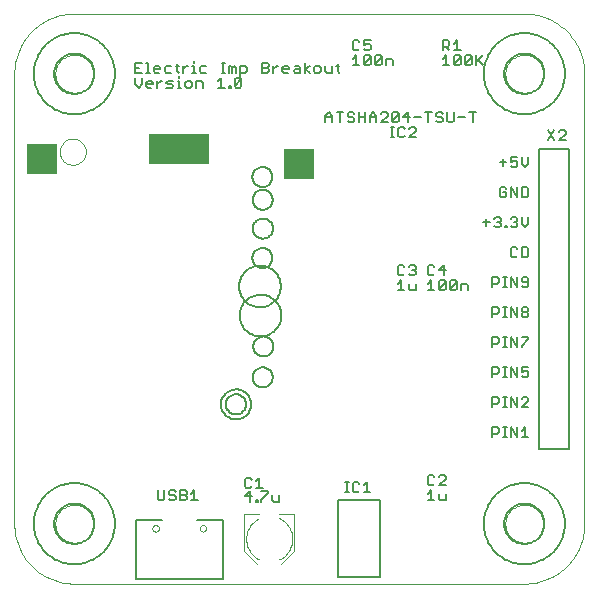
<source format=gto>
G75*
G70*
%OFA0B0*%
%FSLAX24Y24*%
%IPPOS*%
%LPD*%
%AMOC8*
5,1,8,0,0,1.08239X$1,22.5*
%
%ADD10C,0.0000*%
%ADD11C,0.0060*%
%ADD12C,0.0050*%
%ADD13R,0.1000X0.1000*%
%ADD14R,0.2000X0.1000*%
%ADD15C,0.0080*%
%ADD16C,0.0040*%
D10*
X000655Y002655D02*
X000655Y017655D01*
X002025Y017655D02*
X002027Y017705D01*
X002033Y017755D01*
X002043Y017804D01*
X002057Y017852D01*
X002074Y017899D01*
X002095Y017944D01*
X002120Y017988D01*
X002148Y018029D01*
X002180Y018068D01*
X002214Y018105D01*
X002251Y018139D01*
X002291Y018169D01*
X002333Y018196D01*
X002377Y018220D01*
X002423Y018241D01*
X002470Y018257D01*
X002518Y018270D01*
X002568Y018279D01*
X002617Y018284D01*
X002668Y018285D01*
X002718Y018282D01*
X002767Y018275D01*
X002816Y018264D01*
X002864Y018249D01*
X002910Y018231D01*
X002955Y018209D01*
X002998Y018183D01*
X003039Y018154D01*
X003078Y018122D01*
X003114Y018087D01*
X003146Y018049D01*
X003176Y018009D01*
X003203Y017966D01*
X003226Y017922D01*
X003245Y017876D01*
X003261Y017828D01*
X003273Y017779D01*
X003281Y017730D01*
X003285Y017680D01*
X003285Y017630D01*
X003281Y017580D01*
X003273Y017531D01*
X003261Y017482D01*
X003245Y017434D01*
X003226Y017388D01*
X003203Y017344D01*
X003176Y017301D01*
X003146Y017261D01*
X003114Y017223D01*
X003078Y017188D01*
X003039Y017156D01*
X002998Y017127D01*
X002955Y017101D01*
X002910Y017079D01*
X002864Y017061D01*
X002816Y017046D01*
X002767Y017035D01*
X002718Y017028D01*
X002668Y017025D01*
X002617Y017026D01*
X002568Y017031D01*
X002518Y017040D01*
X002470Y017053D01*
X002423Y017069D01*
X002377Y017090D01*
X002333Y017114D01*
X002291Y017141D01*
X002251Y017171D01*
X002214Y017205D01*
X002180Y017242D01*
X002148Y017281D01*
X002120Y017322D01*
X002095Y017366D01*
X002074Y017411D01*
X002057Y017458D01*
X002043Y017506D01*
X002033Y017555D01*
X002027Y017605D01*
X002025Y017655D01*
X000655Y017655D02*
X000657Y017750D01*
X000664Y017845D01*
X000675Y017940D01*
X000691Y018034D01*
X000711Y018127D01*
X000736Y018218D01*
X000765Y018309D01*
X000798Y018398D01*
X000836Y018486D01*
X000877Y018571D01*
X000923Y018655D01*
X000972Y018736D01*
X001026Y018815D01*
X001083Y018891D01*
X001144Y018965D01*
X001208Y019035D01*
X001275Y019102D01*
X001345Y019166D01*
X001419Y019227D01*
X001495Y019284D01*
X001574Y019338D01*
X001655Y019387D01*
X001739Y019433D01*
X001824Y019474D01*
X001912Y019512D01*
X002001Y019545D01*
X002092Y019574D01*
X002183Y019599D01*
X002276Y019619D01*
X002370Y019635D01*
X002465Y019646D01*
X002560Y019653D01*
X002655Y019655D01*
X017655Y019655D01*
X017025Y017655D02*
X017027Y017705D01*
X017033Y017755D01*
X017043Y017804D01*
X017057Y017852D01*
X017074Y017899D01*
X017095Y017944D01*
X017120Y017988D01*
X017148Y018029D01*
X017180Y018068D01*
X017214Y018105D01*
X017251Y018139D01*
X017291Y018169D01*
X017333Y018196D01*
X017377Y018220D01*
X017423Y018241D01*
X017470Y018257D01*
X017518Y018270D01*
X017568Y018279D01*
X017617Y018284D01*
X017668Y018285D01*
X017718Y018282D01*
X017767Y018275D01*
X017816Y018264D01*
X017864Y018249D01*
X017910Y018231D01*
X017955Y018209D01*
X017998Y018183D01*
X018039Y018154D01*
X018078Y018122D01*
X018114Y018087D01*
X018146Y018049D01*
X018176Y018009D01*
X018203Y017966D01*
X018226Y017922D01*
X018245Y017876D01*
X018261Y017828D01*
X018273Y017779D01*
X018281Y017730D01*
X018285Y017680D01*
X018285Y017630D01*
X018281Y017580D01*
X018273Y017531D01*
X018261Y017482D01*
X018245Y017434D01*
X018226Y017388D01*
X018203Y017344D01*
X018176Y017301D01*
X018146Y017261D01*
X018114Y017223D01*
X018078Y017188D01*
X018039Y017156D01*
X017998Y017127D01*
X017955Y017101D01*
X017910Y017079D01*
X017864Y017061D01*
X017816Y017046D01*
X017767Y017035D01*
X017718Y017028D01*
X017668Y017025D01*
X017617Y017026D01*
X017568Y017031D01*
X017518Y017040D01*
X017470Y017053D01*
X017423Y017069D01*
X017377Y017090D01*
X017333Y017114D01*
X017291Y017141D01*
X017251Y017171D01*
X017214Y017205D01*
X017180Y017242D01*
X017148Y017281D01*
X017120Y017322D01*
X017095Y017366D01*
X017074Y017411D01*
X017057Y017458D01*
X017043Y017506D01*
X017033Y017555D01*
X017027Y017605D01*
X017025Y017655D01*
X017655Y019655D02*
X017750Y019653D01*
X017845Y019646D01*
X017940Y019635D01*
X018034Y019619D01*
X018127Y019599D01*
X018218Y019574D01*
X018309Y019545D01*
X018398Y019512D01*
X018486Y019474D01*
X018571Y019433D01*
X018655Y019387D01*
X018736Y019338D01*
X018815Y019284D01*
X018891Y019227D01*
X018965Y019166D01*
X019035Y019102D01*
X019102Y019035D01*
X019166Y018965D01*
X019227Y018891D01*
X019284Y018815D01*
X019338Y018736D01*
X019387Y018655D01*
X019433Y018571D01*
X019474Y018486D01*
X019512Y018398D01*
X019545Y018309D01*
X019574Y018218D01*
X019599Y018127D01*
X019619Y018034D01*
X019635Y017940D01*
X019646Y017845D01*
X019653Y017750D01*
X019655Y017655D01*
X019655Y002655D01*
X017025Y002655D02*
X017027Y002705D01*
X017033Y002755D01*
X017043Y002804D01*
X017057Y002852D01*
X017074Y002899D01*
X017095Y002944D01*
X017120Y002988D01*
X017148Y003029D01*
X017180Y003068D01*
X017214Y003105D01*
X017251Y003139D01*
X017291Y003169D01*
X017333Y003196D01*
X017377Y003220D01*
X017423Y003241D01*
X017470Y003257D01*
X017518Y003270D01*
X017568Y003279D01*
X017617Y003284D01*
X017668Y003285D01*
X017718Y003282D01*
X017767Y003275D01*
X017816Y003264D01*
X017864Y003249D01*
X017910Y003231D01*
X017955Y003209D01*
X017998Y003183D01*
X018039Y003154D01*
X018078Y003122D01*
X018114Y003087D01*
X018146Y003049D01*
X018176Y003009D01*
X018203Y002966D01*
X018226Y002922D01*
X018245Y002876D01*
X018261Y002828D01*
X018273Y002779D01*
X018281Y002730D01*
X018285Y002680D01*
X018285Y002630D01*
X018281Y002580D01*
X018273Y002531D01*
X018261Y002482D01*
X018245Y002434D01*
X018226Y002388D01*
X018203Y002344D01*
X018176Y002301D01*
X018146Y002261D01*
X018114Y002223D01*
X018078Y002188D01*
X018039Y002156D01*
X017998Y002127D01*
X017955Y002101D01*
X017910Y002079D01*
X017864Y002061D01*
X017816Y002046D01*
X017767Y002035D01*
X017718Y002028D01*
X017668Y002025D01*
X017617Y002026D01*
X017568Y002031D01*
X017518Y002040D01*
X017470Y002053D01*
X017423Y002069D01*
X017377Y002090D01*
X017333Y002114D01*
X017291Y002141D01*
X017251Y002171D01*
X017214Y002205D01*
X017180Y002242D01*
X017148Y002281D01*
X017120Y002322D01*
X017095Y002366D01*
X017074Y002411D01*
X017057Y002458D01*
X017043Y002506D01*
X017033Y002555D01*
X017027Y002605D01*
X017025Y002655D01*
X017655Y000655D02*
X017750Y000657D01*
X017845Y000664D01*
X017940Y000675D01*
X018034Y000691D01*
X018127Y000711D01*
X018218Y000736D01*
X018309Y000765D01*
X018398Y000798D01*
X018486Y000836D01*
X018571Y000877D01*
X018655Y000923D01*
X018736Y000972D01*
X018815Y001026D01*
X018891Y001083D01*
X018965Y001144D01*
X019035Y001208D01*
X019102Y001275D01*
X019166Y001345D01*
X019227Y001419D01*
X019284Y001495D01*
X019338Y001574D01*
X019387Y001655D01*
X019433Y001739D01*
X019474Y001824D01*
X019512Y001912D01*
X019545Y002001D01*
X019574Y002092D01*
X019599Y002183D01*
X019619Y002276D01*
X019635Y002370D01*
X019646Y002465D01*
X019653Y002560D01*
X019655Y002655D01*
X017655Y000655D02*
X002655Y000655D01*
X002025Y002655D02*
X002027Y002705D01*
X002033Y002755D01*
X002043Y002804D01*
X002057Y002852D01*
X002074Y002899D01*
X002095Y002944D01*
X002120Y002988D01*
X002148Y003029D01*
X002180Y003068D01*
X002214Y003105D01*
X002251Y003139D01*
X002291Y003169D01*
X002333Y003196D01*
X002377Y003220D01*
X002423Y003241D01*
X002470Y003257D01*
X002518Y003270D01*
X002568Y003279D01*
X002617Y003284D01*
X002668Y003285D01*
X002718Y003282D01*
X002767Y003275D01*
X002816Y003264D01*
X002864Y003249D01*
X002910Y003231D01*
X002955Y003209D01*
X002998Y003183D01*
X003039Y003154D01*
X003078Y003122D01*
X003114Y003087D01*
X003146Y003049D01*
X003176Y003009D01*
X003203Y002966D01*
X003226Y002922D01*
X003245Y002876D01*
X003261Y002828D01*
X003273Y002779D01*
X003281Y002730D01*
X003285Y002680D01*
X003285Y002630D01*
X003281Y002580D01*
X003273Y002531D01*
X003261Y002482D01*
X003245Y002434D01*
X003226Y002388D01*
X003203Y002344D01*
X003176Y002301D01*
X003146Y002261D01*
X003114Y002223D01*
X003078Y002188D01*
X003039Y002156D01*
X002998Y002127D01*
X002955Y002101D01*
X002910Y002079D01*
X002864Y002061D01*
X002816Y002046D01*
X002767Y002035D01*
X002718Y002028D01*
X002668Y002025D01*
X002617Y002026D01*
X002568Y002031D01*
X002518Y002040D01*
X002470Y002053D01*
X002423Y002069D01*
X002377Y002090D01*
X002333Y002114D01*
X002291Y002141D01*
X002251Y002171D01*
X002214Y002205D01*
X002180Y002242D01*
X002148Y002281D01*
X002120Y002322D01*
X002095Y002366D01*
X002074Y002411D01*
X002057Y002458D01*
X002043Y002506D01*
X002033Y002555D01*
X002027Y002605D01*
X002025Y002655D01*
X000655Y002655D02*
X000657Y002560D01*
X000664Y002465D01*
X000675Y002370D01*
X000691Y002276D01*
X000711Y002183D01*
X000736Y002092D01*
X000765Y002001D01*
X000798Y001912D01*
X000836Y001824D01*
X000877Y001739D01*
X000923Y001655D01*
X000972Y001574D01*
X001026Y001495D01*
X001083Y001419D01*
X001144Y001345D01*
X001208Y001275D01*
X001275Y001208D01*
X001345Y001144D01*
X001419Y001083D01*
X001495Y001026D01*
X001574Y000972D01*
X001655Y000923D01*
X001739Y000877D01*
X001824Y000836D01*
X001912Y000798D01*
X002001Y000765D01*
X002092Y000736D01*
X002183Y000711D01*
X002276Y000691D01*
X002370Y000675D01*
X002465Y000664D01*
X002560Y000657D01*
X002655Y000655D01*
X005260Y002502D02*
X005262Y002522D01*
X005268Y002542D01*
X005277Y002560D01*
X005290Y002577D01*
X005305Y002590D01*
X005323Y002600D01*
X005343Y002607D01*
X005363Y002610D01*
X005383Y002609D01*
X005403Y002604D01*
X005422Y002596D01*
X005439Y002584D01*
X005453Y002569D01*
X005464Y002551D01*
X005472Y002532D01*
X005476Y002512D01*
X005476Y002492D01*
X005472Y002472D01*
X005464Y002453D01*
X005453Y002435D01*
X005439Y002420D01*
X005422Y002408D01*
X005403Y002400D01*
X005383Y002395D01*
X005363Y002394D01*
X005343Y002397D01*
X005323Y002404D01*
X005305Y002414D01*
X005290Y002427D01*
X005277Y002444D01*
X005268Y002462D01*
X005262Y002482D01*
X005260Y002502D01*
X006835Y002502D02*
X006837Y002522D01*
X006843Y002542D01*
X006852Y002560D01*
X006865Y002577D01*
X006880Y002590D01*
X006898Y002600D01*
X006918Y002607D01*
X006938Y002610D01*
X006958Y002609D01*
X006978Y002604D01*
X006997Y002596D01*
X007014Y002584D01*
X007028Y002569D01*
X007039Y002551D01*
X007047Y002532D01*
X007051Y002512D01*
X007051Y002492D01*
X007047Y002472D01*
X007039Y002453D01*
X007028Y002435D01*
X007014Y002420D01*
X006997Y002408D01*
X006978Y002400D01*
X006958Y002395D01*
X006938Y002394D01*
X006918Y002397D01*
X006898Y002404D01*
X006880Y002414D01*
X006865Y002427D01*
X006852Y002444D01*
X006843Y002462D01*
X006837Y002482D01*
X006835Y002502D01*
X002172Y015055D02*
X002174Y015096D01*
X002180Y015137D01*
X002190Y015177D01*
X002203Y015216D01*
X002220Y015253D01*
X002241Y015289D01*
X002265Y015323D01*
X002292Y015354D01*
X002321Y015382D01*
X002354Y015408D01*
X002388Y015430D01*
X002425Y015449D01*
X002463Y015464D01*
X002503Y015476D01*
X002543Y015484D01*
X002584Y015488D01*
X002626Y015488D01*
X002667Y015484D01*
X002707Y015476D01*
X002747Y015464D01*
X002785Y015449D01*
X002821Y015430D01*
X002856Y015408D01*
X002889Y015382D01*
X002918Y015354D01*
X002945Y015323D01*
X002969Y015289D01*
X002990Y015253D01*
X003007Y015216D01*
X003020Y015177D01*
X003030Y015137D01*
X003036Y015096D01*
X003038Y015055D01*
X003036Y015014D01*
X003030Y014973D01*
X003020Y014933D01*
X003007Y014894D01*
X002990Y014857D01*
X002969Y014821D01*
X002945Y014787D01*
X002918Y014756D01*
X002889Y014728D01*
X002856Y014702D01*
X002822Y014680D01*
X002785Y014661D01*
X002747Y014646D01*
X002707Y014634D01*
X002667Y014626D01*
X002626Y014622D01*
X002584Y014622D01*
X002543Y014626D01*
X002503Y014634D01*
X002463Y014646D01*
X002425Y014661D01*
X002389Y014680D01*
X002354Y014702D01*
X002321Y014728D01*
X002292Y014756D01*
X002265Y014787D01*
X002241Y014821D01*
X002220Y014857D01*
X002203Y014894D01*
X002190Y014933D01*
X002180Y014973D01*
X002174Y015014D01*
X002172Y015055D01*
D11*
X001305Y017655D02*
X001307Y017728D01*
X001313Y017801D01*
X001323Y017873D01*
X001337Y017945D01*
X001354Y018016D01*
X001376Y018086D01*
X001401Y018155D01*
X001430Y018222D01*
X001462Y018287D01*
X001498Y018351D01*
X001538Y018413D01*
X001580Y018472D01*
X001626Y018529D01*
X001675Y018583D01*
X001727Y018635D01*
X001781Y018684D01*
X001838Y018730D01*
X001897Y018772D01*
X001959Y018812D01*
X002023Y018848D01*
X002088Y018880D01*
X002155Y018909D01*
X002224Y018934D01*
X002294Y018956D01*
X002365Y018973D01*
X002437Y018987D01*
X002509Y018997D01*
X002582Y019003D01*
X002655Y019005D01*
X002728Y019003D01*
X002801Y018997D01*
X002873Y018987D01*
X002945Y018973D01*
X003016Y018956D01*
X003086Y018934D01*
X003155Y018909D01*
X003222Y018880D01*
X003287Y018848D01*
X003351Y018812D01*
X003413Y018772D01*
X003472Y018730D01*
X003529Y018684D01*
X003583Y018635D01*
X003635Y018583D01*
X003684Y018529D01*
X003730Y018472D01*
X003772Y018413D01*
X003812Y018351D01*
X003848Y018287D01*
X003880Y018222D01*
X003909Y018155D01*
X003934Y018086D01*
X003956Y018016D01*
X003973Y017945D01*
X003987Y017873D01*
X003997Y017801D01*
X004003Y017728D01*
X004005Y017655D01*
X004003Y017582D01*
X003997Y017509D01*
X003987Y017437D01*
X003973Y017365D01*
X003956Y017294D01*
X003934Y017224D01*
X003909Y017155D01*
X003880Y017088D01*
X003848Y017023D01*
X003812Y016959D01*
X003772Y016897D01*
X003730Y016838D01*
X003684Y016781D01*
X003635Y016727D01*
X003583Y016675D01*
X003529Y016626D01*
X003472Y016580D01*
X003413Y016538D01*
X003351Y016498D01*
X003287Y016462D01*
X003222Y016430D01*
X003155Y016401D01*
X003086Y016376D01*
X003016Y016354D01*
X002945Y016337D01*
X002873Y016323D01*
X002801Y016313D01*
X002728Y016307D01*
X002655Y016305D01*
X002582Y016307D01*
X002509Y016313D01*
X002437Y016323D01*
X002365Y016337D01*
X002294Y016354D01*
X002224Y016376D01*
X002155Y016401D01*
X002088Y016430D01*
X002023Y016462D01*
X001959Y016498D01*
X001897Y016538D01*
X001838Y016580D01*
X001781Y016626D01*
X001727Y016675D01*
X001675Y016727D01*
X001626Y016781D01*
X001580Y016838D01*
X001538Y016897D01*
X001498Y016959D01*
X001462Y017023D01*
X001430Y017088D01*
X001401Y017155D01*
X001376Y017224D01*
X001354Y017294D01*
X001337Y017365D01*
X001323Y017437D01*
X001313Y017509D01*
X001307Y017582D01*
X001305Y017655D01*
X004685Y017685D02*
X004912Y017685D01*
X005053Y017685D02*
X005167Y017685D01*
X005110Y017685D02*
X005110Y018025D01*
X005053Y018025D01*
X004912Y018025D02*
X004685Y018025D01*
X004685Y017685D01*
X004685Y017525D02*
X004685Y017299D01*
X004799Y017185D01*
X004912Y017299D01*
X004912Y017525D01*
X005053Y017355D02*
X005110Y017412D01*
X005224Y017412D01*
X005280Y017355D01*
X005280Y017299D01*
X005053Y017299D01*
X005053Y017355D02*
X005053Y017242D01*
X005110Y017185D01*
X005224Y017185D01*
X005422Y017185D02*
X005422Y017412D01*
X005422Y017299D02*
X005535Y017412D01*
X005592Y017412D01*
X005729Y017355D02*
X005785Y017412D01*
X005955Y017412D01*
X005899Y017299D02*
X005785Y017299D01*
X005729Y017355D01*
X005729Y017185D02*
X005899Y017185D01*
X005955Y017242D01*
X005899Y017299D01*
X006097Y017412D02*
X006154Y017412D01*
X006154Y017185D01*
X006210Y017185D02*
X006097Y017185D01*
X006342Y017242D02*
X006342Y017355D01*
X006399Y017412D01*
X006513Y017412D01*
X006569Y017355D01*
X006569Y017242D01*
X006513Y017185D01*
X006399Y017185D01*
X006342Y017242D01*
X006154Y017525D02*
X006154Y017582D01*
X006149Y017685D02*
X006092Y017742D01*
X006092Y017969D01*
X006036Y017912D02*
X006149Y017912D01*
X006281Y017912D02*
X006281Y017685D01*
X006281Y017799D02*
X006394Y017912D01*
X006451Y017912D01*
X006588Y017912D02*
X006645Y017912D01*
X006645Y017685D01*
X006701Y017685D02*
X006588Y017685D01*
X006833Y017742D02*
X006890Y017685D01*
X007060Y017685D01*
X007060Y017912D02*
X006890Y017912D01*
X006833Y017855D01*
X006833Y017742D01*
X006645Y018025D02*
X006645Y018082D01*
X005894Y017912D02*
X005724Y017912D01*
X005667Y017855D01*
X005667Y017742D01*
X005724Y017685D01*
X005894Y017685D01*
X005526Y017799D02*
X005299Y017799D01*
X005299Y017855D02*
X005356Y017912D01*
X005469Y017912D01*
X005526Y017855D01*
X005526Y017799D01*
X005469Y017685D02*
X005356Y017685D01*
X005299Y017742D01*
X005299Y017855D01*
X004799Y017855D02*
X004685Y017855D01*
X006711Y017412D02*
X006711Y017185D01*
X006938Y017185D02*
X006938Y017355D01*
X006881Y017412D01*
X006711Y017412D01*
X007447Y017412D02*
X007561Y017525D01*
X007561Y017185D01*
X007674Y017185D02*
X007447Y017185D01*
X007816Y017185D02*
X007872Y017185D01*
X007872Y017242D01*
X007816Y017242D01*
X007816Y017185D01*
X008000Y017242D02*
X008227Y017469D01*
X008227Y017242D01*
X008170Y017185D01*
X008056Y017185D01*
X008000Y017242D01*
X008000Y017469D01*
X008056Y017525D01*
X008170Y017525D01*
X008227Y017469D01*
X008184Y017572D02*
X008184Y017912D01*
X008354Y017912D01*
X008411Y017855D01*
X008411Y017742D01*
X008354Y017685D01*
X008184Y017685D01*
X008042Y017685D02*
X008042Y017855D01*
X007986Y017912D01*
X007929Y017855D01*
X007929Y017685D01*
X007816Y017685D02*
X007816Y017912D01*
X007872Y017912D01*
X007929Y017855D01*
X007684Y017685D02*
X007570Y017685D01*
X007627Y017685D02*
X007627Y018025D01*
X007570Y018025D02*
X007684Y018025D01*
X008921Y018025D02*
X008921Y017685D01*
X009091Y017685D01*
X009147Y017742D01*
X009147Y017799D01*
X009091Y017855D01*
X008921Y017855D01*
X009091Y017855D02*
X009147Y017912D01*
X009147Y017969D01*
X009091Y018025D01*
X008921Y018025D01*
X009289Y017912D02*
X009289Y017685D01*
X009289Y017799D02*
X009402Y017912D01*
X009459Y017912D01*
X009596Y017855D02*
X009652Y017912D01*
X009766Y017912D01*
X009823Y017855D01*
X009823Y017799D01*
X009596Y017799D01*
X009596Y017855D02*
X009596Y017742D01*
X009652Y017685D01*
X009766Y017685D01*
X009964Y017742D02*
X010021Y017799D01*
X010191Y017799D01*
X010191Y017855D02*
X010191Y017685D01*
X010021Y017685D01*
X009964Y017742D01*
X010021Y017912D02*
X010134Y017912D01*
X010191Y017855D01*
X010332Y017799D02*
X010502Y017912D01*
X010639Y017855D02*
X010639Y017742D01*
X010696Y017685D01*
X010809Y017685D01*
X010866Y017742D01*
X010866Y017855D01*
X010809Y017912D01*
X010696Y017912D01*
X010639Y017855D01*
X010502Y017685D02*
X010332Y017799D01*
X010332Y017685D02*
X010332Y018025D01*
X011008Y017912D02*
X011008Y017742D01*
X011064Y017685D01*
X011234Y017685D01*
X011234Y017912D01*
X011376Y017912D02*
X011489Y017912D01*
X011433Y017969D02*
X011433Y017742D01*
X011489Y017685D01*
X011935Y017935D02*
X012162Y017935D01*
X012049Y017935D02*
X012049Y018275D01*
X011935Y018162D01*
X011992Y018435D02*
X012105Y018435D01*
X012162Y018492D01*
X012303Y018492D02*
X012360Y018435D01*
X012474Y018435D01*
X012530Y018492D01*
X012530Y018605D01*
X012474Y018662D01*
X012417Y018662D01*
X012303Y018605D01*
X012303Y018775D01*
X012530Y018775D01*
X012162Y018719D02*
X012105Y018775D01*
X011992Y018775D01*
X011935Y018719D01*
X011935Y018492D01*
X011992Y018435D01*
X012303Y018219D02*
X012360Y018275D01*
X012474Y018275D01*
X012530Y018219D01*
X012303Y017992D01*
X012360Y017935D01*
X012474Y017935D01*
X012530Y017992D01*
X012530Y018219D01*
X012672Y018219D02*
X012672Y017992D01*
X012899Y018219D01*
X012899Y017992D01*
X012842Y017935D01*
X012728Y017935D01*
X012672Y017992D01*
X012672Y018219D02*
X012728Y018275D01*
X012842Y018275D01*
X012899Y018219D01*
X013040Y018162D02*
X013040Y017935D01*
X013267Y017935D02*
X013267Y018105D01*
X013210Y018162D01*
X013040Y018162D01*
X012303Y018219D02*
X012303Y017992D01*
X012361Y016375D02*
X012361Y016035D01*
X012502Y016035D02*
X012502Y016262D01*
X012615Y016375D01*
X012729Y016262D01*
X012729Y016035D01*
X012870Y016035D02*
X013097Y016262D01*
X013097Y016319D01*
X013040Y016375D01*
X012927Y016375D01*
X012870Y016319D01*
X012729Y016205D02*
X012502Y016205D01*
X012361Y016205D02*
X012134Y016205D01*
X011992Y016149D02*
X011992Y016092D01*
X011935Y016035D01*
X011822Y016035D01*
X011765Y016092D01*
X011822Y016205D02*
X011765Y016262D01*
X011765Y016319D01*
X011822Y016375D01*
X011935Y016375D01*
X011992Y016319D01*
X011935Y016205D02*
X011992Y016149D01*
X011935Y016205D02*
X011822Y016205D01*
X011624Y016375D02*
X011397Y016375D01*
X011510Y016375D02*
X011510Y016035D01*
X011256Y016035D02*
X011256Y016262D01*
X011142Y016375D01*
X011029Y016262D01*
X011029Y016035D01*
X011029Y016205D02*
X011256Y016205D01*
X012134Y016035D02*
X012134Y016375D01*
X012870Y016035D02*
X013097Y016035D01*
X013239Y016092D02*
X013465Y016319D01*
X013465Y016092D01*
X013409Y016035D01*
X013295Y016035D01*
X013239Y016092D01*
X013239Y016319D01*
X013295Y016375D01*
X013409Y016375D01*
X013465Y016319D01*
X013607Y016205D02*
X013834Y016205D01*
X013975Y016205D02*
X014202Y016205D01*
X014344Y016375D02*
X014570Y016375D01*
X014457Y016375D02*
X014457Y016035D01*
X014712Y016092D02*
X014769Y016035D01*
X014882Y016035D01*
X014939Y016092D01*
X014939Y016149D01*
X014882Y016205D01*
X014769Y016205D01*
X014712Y016262D01*
X014712Y016319D01*
X014769Y016375D01*
X014882Y016375D01*
X014939Y016319D01*
X015080Y016375D02*
X015080Y016092D01*
X015137Y016035D01*
X015250Y016035D01*
X015307Y016092D01*
X015307Y016375D01*
X015448Y016205D02*
X015675Y016205D01*
X015817Y016375D02*
X016044Y016375D01*
X015930Y016375D02*
X015930Y016035D01*
X016944Y014819D02*
X016944Y014592D01*
X017057Y014705D02*
X016830Y014705D01*
X017199Y014705D02*
X017312Y014762D01*
X017369Y014762D01*
X017425Y014705D01*
X017425Y014592D01*
X017369Y014535D01*
X017255Y014535D01*
X017199Y014592D01*
X017199Y014705D02*
X017199Y014875D01*
X017425Y014875D01*
X017567Y014875D02*
X017567Y014649D01*
X017680Y014535D01*
X017794Y014649D01*
X017794Y014875D01*
X018435Y015435D02*
X018662Y015775D01*
X018803Y015719D02*
X018860Y015775D01*
X018974Y015775D01*
X019030Y015719D01*
X019030Y015662D01*
X018803Y015435D01*
X019030Y015435D01*
X018662Y015435D02*
X018435Y015775D01*
X017737Y013875D02*
X017567Y013875D01*
X017567Y013535D01*
X017737Y013535D01*
X017794Y013592D01*
X017794Y013819D01*
X017737Y013875D01*
X017425Y013875D02*
X017425Y013535D01*
X017199Y013875D01*
X017199Y013535D01*
X017057Y013592D02*
X017057Y013705D01*
X016944Y013705D01*
X017057Y013592D02*
X017000Y013535D01*
X016887Y013535D01*
X016830Y013592D01*
X016830Y013819D01*
X016887Y013875D01*
X017000Y013875D01*
X017057Y013819D01*
X017255Y012875D02*
X017369Y012875D01*
X017425Y012819D01*
X017425Y012762D01*
X017369Y012705D01*
X017425Y012649D01*
X017425Y012592D01*
X017369Y012535D01*
X017255Y012535D01*
X017198Y012592D01*
X017071Y012592D02*
X017071Y012535D01*
X017014Y012535D01*
X017014Y012592D01*
X017071Y012592D01*
X016873Y012592D02*
X016816Y012535D01*
X016703Y012535D01*
X016646Y012592D01*
X016759Y012705D02*
X016816Y012705D01*
X016873Y012649D01*
X016873Y012592D01*
X016816Y012705D02*
X016873Y012762D01*
X016873Y012819D01*
X016816Y012875D01*
X016703Y012875D01*
X016646Y012819D01*
X016505Y012705D02*
X016278Y012705D01*
X016391Y012592D02*
X016391Y012819D01*
X017198Y012819D02*
X017255Y012875D01*
X017312Y012705D02*
X017369Y012705D01*
X017567Y012649D02*
X017567Y012875D01*
X017567Y012649D02*
X017680Y012535D01*
X017794Y012649D01*
X017794Y012875D01*
X017737Y011875D02*
X017567Y011875D01*
X017567Y011535D01*
X017737Y011535D01*
X017794Y011592D01*
X017794Y011819D01*
X017737Y011875D01*
X017425Y011819D02*
X017369Y011875D01*
X017255Y011875D01*
X017199Y011819D01*
X017199Y011592D01*
X017255Y011535D01*
X017369Y011535D01*
X017425Y011592D01*
X017425Y010875D02*
X017425Y010535D01*
X017198Y010875D01*
X017198Y010535D01*
X017066Y010535D02*
X016953Y010535D01*
X017010Y010535D02*
X017010Y010875D01*
X017066Y010875D02*
X016953Y010875D01*
X016811Y010819D02*
X016811Y010705D01*
X016755Y010649D01*
X016585Y010649D01*
X016585Y010535D02*
X016585Y010875D01*
X016755Y010875D01*
X016811Y010819D01*
X017567Y010819D02*
X017567Y010762D01*
X017623Y010705D01*
X017794Y010705D01*
X017794Y010592D02*
X017794Y010819D01*
X017737Y010875D01*
X017623Y010875D01*
X017567Y010819D01*
X017567Y010592D02*
X017623Y010535D01*
X017737Y010535D01*
X017794Y010592D01*
X017737Y009875D02*
X017623Y009875D01*
X017567Y009819D01*
X017567Y009762D01*
X017623Y009705D01*
X017737Y009705D01*
X017794Y009649D01*
X017794Y009592D01*
X017737Y009535D01*
X017623Y009535D01*
X017567Y009592D01*
X017567Y009649D01*
X017623Y009705D01*
X017737Y009705D02*
X017794Y009762D01*
X017794Y009819D01*
X017737Y009875D01*
X017425Y009875D02*
X017425Y009535D01*
X017198Y009875D01*
X017198Y009535D01*
X017066Y009535D02*
X016953Y009535D01*
X017010Y009535D02*
X017010Y009875D01*
X017066Y009875D02*
X016953Y009875D01*
X016811Y009819D02*
X016811Y009705D01*
X016755Y009649D01*
X016585Y009649D01*
X016585Y009535D02*
X016585Y009875D01*
X016755Y009875D01*
X016811Y009819D01*
X016755Y008875D02*
X016585Y008875D01*
X016585Y008535D01*
X016585Y008649D02*
X016755Y008649D01*
X016811Y008705D01*
X016811Y008819D01*
X016755Y008875D01*
X016953Y008875D02*
X017066Y008875D01*
X017010Y008875D02*
X017010Y008535D01*
X017066Y008535D02*
X016953Y008535D01*
X017198Y008535D02*
X017198Y008875D01*
X017425Y008535D01*
X017425Y008875D01*
X017567Y008875D02*
X017794Y008875D01*
X017794Y008819D01*
X017567Y008592D01*
X017567Y008535D01*
X017567Y007875D02*
X017567Y007705D01*
X017680Y007762D01*
X017737Y007762D01*
X017794Y007705D01*
X017794Y007592D01*
X017737Y007535D01*
X017623Y007535D01*
X017567Y007592D01*
X017425Y007535D02*
X017425Y007875D01*
X017567Y007875D02*
X017794Y007875D01*
X017425Y007535D02*
X017198Y007875D01*
X017198Y007535D01*
X017066Y007535D02*
X016953Y007535D01*
X017010Y007535D02*
X017010Y007875D01*
X017066Y007875D02*
X016953Y007875D01*
X016811Y007819D02*
X016811Y007705D01*
X016755Y007649D01*
X016585Y007649D01*
X016585Y007535D02*
X016585Y007875D01*
X016755Y007875D01*
X016811Y007819D01*
X016755Y006875D02*
X016585Y006875D01*
X016585Y006535D01*
X016585Y006649D02*
X016755Y006649D01*
X016811Y006705D01*
X016811Y006819D01*
X016755Y006875D01*
X016953Y006875D02*
X017066Y006875D01*
X017010Y006875D02*
X017010Y006535D01*
X017066Y006535D02*
X016953Y006535D01*
X017198Y006535D02*
X017198Y006875D01*
X017425Y006535D01*
X017425Y006875D01*
X017567Y006819D02*
X017623Y006875D01*
X017737Y006875D01*
X017794Y006819D01*
X017794Y006762D01*
X017567Y006535D01*
X017794Y006535D01*
X017680Y005875D02*
X017567Y005762D01*
X017680Y005875D02*
X017680Y005535D01*
X017567Y005535D02*
X017794Y005535D01*
X017425Y005535D02*
X017425Y005875D01*
X017198Y005875D02*
X017198Y005535D01*
X017066Y005535D02*
X016953Y005535D01*
X017010Y005535D02*
X017010Y005875D01*
X017066Y005875D02*
X016953Y005875D01*
X016811Y005819D02*
X016811Y005705D01*
X016755Y005649D01*
X016585Y005649D01*
X016585Y005535D02*
X016585Y005875D01*
X016755Y005875D01*
X016811Y005819D01*
X017198Y005875D02*
X017425Y005535D01*
X015030Y004219D02*
X014974Y004275D01*
X014860Y004275D01*
X014803Y004219D01*
X014662Y004219D02*
X014605Y004275D01*
X014492Y004275D01*
X014435Y004219D01*
X014435Y003992D01*
X014492Y003935D01*
X014605Y003935D01*
X014662Y003992D01*
X014803Y003935D02*
X015030Y004162D01*
X015030Y004219D01*
X015030Y003935D02*
X014803Y003935D01*
X014803Y003662D02*
X014803Y003492D01*
X014860Y003435D01*
X015030Y003435D01*
X015030Y003662D01*
X014662Y003435D02*
X014435Y003435D01*
X014549Y003435D02*
X014549Y003775D01*
X014435Y003662D01*
X012526Y003705D02*
X012299Y003705D01*
X012412Y003705D02*
X012412Y004045D01*
X012299Y003932D01*
X012157Y003989D02*
X012101Y004045D01*
X011987Y004045D01*
X011931Y003989D01*
X011931Y003762D01*
X011987Y003705D01*
X012101Y003705D01*
X012157Y003762D01*
X011799Y003705D02*
X011685Y003705D01*
X011742Y003705D02*
X011742Y004045D01*
X011685Y004045D02*
X011799Y004045D01*
X009486Y003623D02*
X009486Y003396D01*
X009316Y003396D01*
X009259Y003452D01*
X009259Y003623D01*
X009118Y003679D02*
X008891Y003452D01*
X008891Y003396D01*
X008764Y003396D02*
X008707Y003396D01*
X008707Y003452D01*
X008764Y003452D01*
X008764Y003396D01*
X008566Y003566D02*
X008339Y003566D01*
X008509Y003736D01*
X008509Y003396D01*
X008509Y003841D02*
X008566Y003897D01*
X008509Y003841D02*
X008395Y003841D01*
X008339Y003897D01*
X008339Y004124D01*
X008395Y004181D01*
X008509Y004181D01*
X008566Y004124D01*
X008707Y004067D02*
X008820Y004181D01*
X008820Y003841D01*
X008707Y003841D02*
X008934Y003841D01*
X008891Y003736D02*
X009118Y003736D01*
X009118Y003679D01*
X006767Y003435D02*
X006540Y003435D01*
X006653Y003435D02*
X006653Y003775D01*
X006540Y003662D01*
X006399Y003662D02*
X006342Y003605D01*
X006172Y003605D01*
X006030Y003549D02*
X006030Y003492D01*
X005974Y003435D01*
X005860Y003435D01*
X005803Y003492D01*
X005860Y003605D02*
X005974Y003605D01*
X006030Y003549D01*
X006030Y003719D02*
X005974Y003775D01*
X005860Y003775D01*
X005803Y003719D01*
X005803Y003662D01*
X005860Y003605D01*
X005662Y003492D02*
X005605Y003435D01*
X005492Y003435D01*
X005435Y003492D01*
X005435Y003775D01*
X005662Y003775D02*
X005662Y003492D01*
X006172Y003435D02*
X006342Y003435D01*
X006399Y003492D01*
X006399Y003549D01*
X006342Y003605D01*
X006399Y003662D02*
X006399Y003719D01*
X006342Y003775D01*
X006172Y003775D01*
X006172Y003435D01*
X001305Y002655D02*
X001307Y002728D01*
X001313Y002801D01*
X001323Y002873D01*
X001337Y002945D01*
X001354Y003016D01*
X001376Y003086D01*
X001401Y003155D01*
X001430Y003222D01*
X001462Y003287D01*
X001498Y003351D01*
X001538Y003413D01*
X001580Y003472D01*
X001626Y003529D01*
X001675Y003583D01*
X001727Y003635D01*
X001781Y003684D01*
X001838Y003730D01*
X001897Y003772D01*
X001959Y003812D01*
X002023Y003848D01*
X002088Y003880D01*
X002155Y003909D01*
X002224Y003934D01*
X002294Y003956D01*
X002365Y003973D01*
X002437Y003987D01*
X002509Y003997D01*
X002582Y004003D01*
X002655Y004005D01*
X002728Y004003D01*
X002801Y003997D01*
X002873Y003987D01*
X002945Y003973D01*
X003016Y003956D01*
X003086Y003934D01*
X003155Y003909D01*
X003222Y003880D01*
X003287Y003848D01*
X003351Y003812D01*
X003413Y003772D01*
X003472Y003730D01*
X003529Y003684D01*
X003583Y003635D01*
X003635Y003583D01*
X003684Y003529D01*
X003730Y003472D01*
X003772Y003413D01*
X003812Y003351D01*
X003848Y003287D01*
X003880Y003222D01*
X003909Y003155D01*
X003934Y003086D01*
X003956Y003016D01*
X003973Y002945D01*
X003987Y002873D01*
X003997Y002801D01*
X004003Y002728D01*
X004005Y002655D01*
X004003Y002582D01*
X003997Y002509D01*
X003987Y002437D01*
X003973Y002365D01*
X003956Y002294D01*
X003934Y002224D01*
X003909Y002155D01*
X003880Y002088D01*
X003848Y002023D01*
X003812Y001959D01*
X003772Y001897D01*
X003730Y001838D01*
X003684Y001781D01*
X003635Y001727D01*
X003583Y001675D01*
X003529Y001626D01*
X003472Y001580D01*
X003413Y001538D01*
X003351Y001498D01*
X003287Y001462D01*
X003222Y001430D01*
X003155Y001401D01*
X003086Y001376D01*
X003016Y001354D01*
X002945Y001337D01*
X002873Y001323D01*
X002801Y001313D01*
X002728Y001307D01*
X002655Y001305D01*
X002582Y001307D01*
X002509Y001313D01*
X002437Y001323D01*
X002365Y001337D01*
X002294Y001354D01*
X002224Y001376D01*
X002155Y001401D01*
X002088Y001430D01*
X002023Y001462D01*
X001959Y001498D01*
X001897Y001538D01*
X001838Y001580D01*
X001781Y001626D01*
X001727Y001675D01*
X001675Y001727D01*
X001626Y001781D01*
X001580Y001838D01*
X001538Y001897D01*
X001498Y001959D01*
X001462Y002023D01*
X001430Y002088D01*
X001401Y002155D01*
X001376Y002224D01*
X001354Y002294D01*
X001337Y002365D01*
X001323Y002437D01*
X001313Y002509D01*
X001307Y002582D01*
X001305Y002655D01*
X013435Y010435D02*
X013662Y010435D01*
X013549Y010435D02*
X013549Y010775D01*
X013435Y010662D01*
X013492Y010935D02*
X013605Y010935D01*
X013662Y010992D01*
X013803Y010992D02*
X013860Y010935D01*
X013974Y010935D01*
X014030Y010992D01*
X014030Y011049D01*
X013974Y011105D01*
X013917Y011105D01*
X013974Y011105D02*
X014030Y011162D01*
X014030Y011219D01*
X013974Y011275D01*
X013860Y011275D01*
X013803Y011219D01*
X013662Y011219D02*
X013605Y011275D01*
X013492Y011275D01*
X013435Y011219D01*
X013435Y010992D01*
X013492Y010935D01*
X013803Y010662D02*
X013803Y010492D01*
X013860Y010435D01*
X014030Y010435D01*
X014030Y010662D01*
X014435Y010662D02*
X014549Y010775D01*
X014549Y010435D01*
X014662Y010435D02*
X014435Y010435D01*
X014803Y010492D02*
X014803Y010719D01*
X014860Y010775D01*
X014974Y010775D01*
X015030Y010719D01*
X014803Y010492D01*
X014860Y010435D01*
X014974Y010435D01*
X015030Y010492D01*
X015030Y010719D01*
X015172Y010719D02*
X015228Y010775D01*
X015342Y010775D01*
X015399Y010719D01*
X015172Y010492D01*
X015228Y010435D01*
X015342Y010435D01*
X015399Y010492D01*
X015399Y010719D01*
X015540Y010662D02*
X015540Y010435D01*
X015767Y010435D02*
X015767Y010605D01*
X015710Y010662D01*
X015540Y010662D01*
X015172Y010719D02*
X015172Y010492D01*
X014974Y010935D02*
X014974Y011275D01*
X014803Y011105D01*
X015030Y011105D01*
X014662Y010992D02*
X014605Y010935D01*
X014492Y010935D01*
X014435Y010992D01*
X014435Y011219D01*
X014492Y011275D01*
X014605Y011275D01*
X014662Y011219D01*
X014044Y015535D02*
X013817Y015535D01*
X014044Y015762D01*
X014044Y015819D01*
X013987Y015875D01*
X013873Y015875D01*
X013817Y015819D01*
X013675Y015819D02*
X013619Y015875D01*
X013505Y015875D01*
X013448Y015819D01*
X013448Y015592D01*
X013505Y015535D01*
X013619Y015535D01*
X013675Y015592D01*
X013316Y015535D02*
X013203Y015535D01*
X013260Y015535D02*
X013260Y015875D01*
X013316Y015875D02*
X013203Y015875D01*
X013607Y016205D02*
X013777Y016375D01*
X013777Y016035D01*
X014935Y017935D02*
X015162Y017935D01*
X015049Y017935D02*
X015049Y018275D01*
X014935Y018162D01*
X014935Y018435D02*
X014935Y018775D01*
X015105Y018775D01*
X015162Y018719D01*
X015162Y018605D01*
X015105Y018549D01*
X014935Y018549D01*
X015049Y018549D02*
X015162Y018435D01*
X015303Y018435D02*
X015530Y018435D01*
X015417Y018435D02*
X015417Y018775D01*
X015303Y018662D01*
X015360Y018275D02*
X015474Y018275D01*
X015530Y018219D01*
X015303Y017992D01*
X015360Y017935D01*
X015474Y017935D01*
X015530Y017992D01*
X015530Y018219D01*
X015672Y018219D02*
X015672Y017992D01*
X015899Y018219D01*
X015899Y017992D01*
X015842Y017935D01*
X015728Y017935D01*
X015672Y017992D01*
X015672Y018219D02*
X015728Y018275D01*
X015842Y018275D01*
X015899Y018219D01*
X016040Y018275D02*
X016040Y017935D01*
X016040Y018049D02*
X016267Y018275D01*
X016097Y018105D02*
X016267Y017935D01*
X015303Y017992D02*
X015303Y018219D01*
X015360Y018275D01*
X016305Y017655D02*
X016307Y017728D01*
X016313Y017801D01*
X016323Y017873D01*
X016337Y017945D01*
X016354Y018016D01*
X016376Y018086D01*
X016401Y018155D01*
X016430Y018222D01*
X016462Y018287D01*
X016498Y018351D01*
X016538Y018413D01*
X016580Y018472D01*
X016626Y018529D01*
X016675Y018583D01*
X016727Y018635D01*
X016781Y018684D01*
X016838Y018730D01*
X016897Y018772D01*
X016959Y018812D01*
X017023Y018848D01*
X017088Y018880D01*
X017155Y018909D01*
X017224Y018934D01*
X017294Y018956D01*
X017365Y018973D01*
X017437Y018987D01*
X017509Y018997D01*
X017582Y019003D01*
X017655Y019005D01*
X017728Y019003D01*
X017801Y018997D01*
X017873Y018987D01*
X017945Y018973D01*
X018016Y018956D01*
X018086Y018934D01*
X018155Y018909D01*
X018222Y018880D01*
X018287Y018848D01*
X018351Y018812D01*
X018413Y018772D01*
X018472Y018730D01*
X018529Y018684D01*
X018583Y018635D01*
X018635Y018583D01*
X018684Y018529D01*
X018730Y018472D01*
X018772Y018413D01*
X018812Y018351D01*
X018848Y018287D01*
X018880Y018222D01*
X018909Y018155D01*
X018934Y018086D01*
X018956Y018016D01*
X018973Y017945D01*
X018987Y017873D01*
X018997Y017801D01*
X019003Y017728D01*
X019005Y017655D01*
X019003Y017582D01*
X018997Y017509D01*
X018987Y017437D01*
X018973Y017365D01*
X018956Y017294D01*
X018934Y017224D01*
X018909Y017155D01*
X018880Y017088D01*
X018848Y017023D01*
X018812Y016959D01*
X018772Y016897D01*
X018730Y016838D01*
X018684Y016781D01*
X018635Y016727D01*
X018583Y016675D01*
X018529Y016626D01*
X018472Y016580D01*
X018413Y016538D01*
X018351Y016498D01*
X018287Y016462D01*
X018222Y016430D01*
X018155Y016401D01*
X018086Y016376D01*
X018016Y016354D01*
X017945Y016337D01*
X017873Y016323D01*
X017801Y016313D01*
X017728Y016307D01*
X017655Y016305D01*
X017582Y016307D01*
X017509Y016313D01*
X017437Y016323D01*
X017365Y016337D01*
X017294Y016354D01*
X017224Y016376D01*
X017155Y016401D01*
X017088Y016430D01*
X017023Y016462D01*
X016959Y016498D01*
X016897Y016538D01*
X016838Y016580D01*
X016781Y016626D01*
X016727Y016675D01*
X016675Y016727D01*
X016626Y016781D01*
X016580Y016838D01*
X016538Y016897D01*
X016498Y016959D01*
X016462Y017023D01*
X016430Y017088D01*
X016401Y017155D01*
X016376Y017224D01*
X016354Y017294D01*
X016337Y017365D01*
X016323Y017437D01*
X016313Y017509D01*
X016307Y017582D01*
X016305Y017655D01*
X016305Y002655D02*
X016307Y002728D01*
X016313Y002801D01*
X016323Y002873D01*
X016337Y002945D01*
X016354Y003016D01*
X016376Y003086D01*
X016401Y003155D01*
X016430Y003222D01*
X016462Y003287D01*
X016498Y003351D01*
X016538Y003413D01*
X016580Y003472D01*
X016626Y003529D01*
X016675Y003583D01*
X016727Y003635D01*
X016781Y003684D01*
X016838Y003730D01*
X016897Y003772D01*
X016959Y003812D01*
X017023Y003848D01*
X017088Y003880D01*
X017155Y003909D01*
X017224Y003934D01*
X017294Y003956D01*
X017365Y003973D01*
X017437Y003987D01*
X017509Y003997D01*
X017582Y004003D01*
X017655Y004005D01*
X017728Y004003D01*
X017801Y003997D01*
X017873Y003987D01*
X017945Y003973D01*
X018016Y003956D01*
X018086Y003934D01*
X018155Y003909D01*
X018222Y003880D01*
X018287Y003848D01*
X018351Y003812D01*
X018413Y003772D01*
X018472Y003730D01*
X018529Y003684D01*
X018583Y003635D01*
X018635Y003583D01*
X018684Y003529D01*
X018730Y003472D01*
X018772Y003413D01*
X018812Y003351D01*
X018848Y003287D01*
X018880Y003222D01*
X018909Y003155D01*
X018934Y003086D01*
X018956Y003016D01*
X018973Y002945D01*
X018987Y002873D01*
X018997Y002801D01*
X019003Y002728D01*
X019005Y002655D01*
X019003Y002582D01*
X018997Y002509D01*
X018987Y002437D01*
X018973Y002365D01*
X018956Y002294D01*
X018934Y002224D01*
X018909Y002155D01*
X018880Y002088D01*
X018848Y002023D01*
X018812Y001959D01*
X018772Y001897D01*
X018730Y001838D01*
X018684Y001781D01*
X018635Y001727D01*
X018583Y001675D01*
X018529Y001626D01*
X018472Y001580D01*
X018413Y001538D01*
X018351Y001498D01*
X018287Y001462D01*
X018222Y001430D01*
X018155Y001401D01*
X018086Y001376D01*
X018016Y001354D01*
X017945Y001337D01*
X017873Y001323D01*
X017801Y001313D01*
X017728Y001307D01*
X017655Y001305D01*
X017582Y001307D01*
X017509Y001313D01*
X017437Y001323D01*
X017365Y001337D01*
X017294Y001354D01*
X017224Y001376D01*
X017155Y001401D01*
X017088Y001430D01*
X017023Y001462D01*
X016959Y001498D01*
X016897Y001538D01*
X016838Y001580D01*
X016781Y001626D01*
X016727Y001675D01*
X016675Y001727D01*
X016626Y001781D01*
X016580Y001838D01*
X016538Y001897D01*
X016498Y001959D01*
X016462Y002023D01*
X016430Y002088D01*
X016401Y002155D01*
X016376Y002224D01*
X016354Y002294D01*
X016337Y002365D01*
X016323Y002437D01*
X016313Y002509D01*
X016307Y002582D01*
X016305Y002655D01*
D12*
X008602Y007535D02*
X008604Y007571D01*
X008610Y007607D01*
X008619Y007641D01*
X008633Y007675D01*
X008650Y007707D01*
X008670Y007737D01*
X008693Y007764D01*
X008719Y007789D01*
X008748Y007811D01*
X008779Y007829D01*
X008812Y007844D01*
X008846Y007856D01*
X008881Y007864D01*
X008917Y007868D01*
X008953Y007868D01*
X008989Y007864D01*
X009024Y007856D01*
X009058Y007844D01*
X009091Y007829D01*
X009122Y007811D01*
X009151Y007789D01*
X009177Y007764D01*
X009200Y007737D01*
X009220Y007707D01*
X009237Y007675D01*
X009251Y007641D01*
X009260Y007607D01*
X009266Y007571D01*
X009268Y007535D01*
X009266Y007499D01*
X009260Y007463D01*
X009251Y007429D01*
X009237Y007395D01*
X009220Y007363D01*
X009200Y007333D01*
X009177Y007306D01*
X009151Y007281D01*
X009122Y007259D01*
X009091Y007241D01*
X009058Y007226D01*
X009024Y007214D01*
X008989Y007206D01*
X008953Y007202D01*
X008917Y007202D01*
X008881Y007206D01*
X008846Y007214D01*
X008812Y007226D01*
X008779Y007241D01*
X008748Y007259D01*
X008719Y007281D01*
X008693Y007306D01*
X008670Y007333D01*
X008650Y007363D01*
X008633Y007395D01*
X008619Y007429D01*
X008610Y007463D01*
X008604Y007499D01*
X008602Y007535D01*
X007712Y006635D02*
X007714Y006671D01*
X007720Y006707D01*
X007729Y006741D01*
X007743Y006775D01*
X007760Y006807D01*
X007780Y006837D01*
X007803Y006864D01*
X007829Y006889D01*
X007858Y006911D01*
X007889Y006929D01*
X007922Y006944D01*
X007956Y006956D01*
X007991Y006964D01*
X008027Y006968D01*
X008063Y006968D01*
X008099Y006964D01*
X008134Y006956D01*
X008168Y006944D01*
X008201Y006929D01*
X008232Y006911D01*
X008261Y006889D01*
X008287Y006864D01*
X008310Y006837D01*
X008330Y006807D01*
X008347Y006775D01*
X008361Y006741D01*
X008370Y006707D01*
X008376Y006671D01*
X008378Y006635D01*
X008376Y006599D01*
X008370Y006563D01*
X008361Y006529D01*
X008347Y006495D01*
X008330Y006463D01*
X008310Y006433D01*
X008287Y006406D01*
X008261Y006381D01*
X008232Y006359D01*
X008201Y006341D01*
X008168Y006326D01*
X008134Y006314D01*
X008099Y006306D01*
X008063Y006302D01*
X008027Y006302D01*
X007991Y006306D01*
X007956Y006314D01*
X007922Y006326D01*
X007889Y006341D01*
X007858Y006359D01*
X007829Y006381D01*
X007803Y006406D01*
X007780Y006433D01*
X007760Y006463D01*
X007743Y006495D01*
X007729Y006529D01*
X007720Y006563D01*
X007714Y006599D01*
X007712Y006635D01*
X007545Y006635D02*
X007547Y006679D01*
X007553Y006723D01*
X007563Y006766D01*
X007576Y006808D01*
X007593Y006849D01*
X007614Y006888D01*
X007638Y006925D01*
X007665Y006960D01*
X007695Y006992D01*
X007728Y007022D01*
X007764Y007048D01*
X007801Y007072D01*
X007841Y007091D01*
X007882Y007108D01*
X007925Y007120D01*
X007968Y007129D01*
X008012Y007134D01*
X008056Y007135D01*
X008100Y007132D01*
X008144Y007125D01*
X008187Y007114D01*
X008229Y007100D01*
X008269Y007082D01*
X008308Y007060D01*
X008344Y007036D01*
X008378Y007008D01*
X008410Y006977D01*
X008439Y006943D01*
X008465Y006907D01*
X008487Y006869D01*
X008506Y006829D01*
X008521Y006787D01*
X008533Y006745D01*
X008541Y006701D01*
X008545Y006657D01*
X008545Y006613D01*
X008541Y006569D01*
X008533Y006525D01*
X008521Y006483D01*
X008506Y006441D01*
X008487Y006401D01*
X008465Y006363D01*
X008439Y006327D01*
X008410Y006293D01*
X008378Y006262D01*
X008344Y006234D01*
X008308Y006210D01*
X008269Y006188D01*
X008229Y006170D01*
X008187Y006156D01*
X008144Y006145D01*
X008100Y006138D01*
X008056Y006135D01*
X008012Y006136D01*
X007968Y006141D01*
X007925Y006150D01*
X007882Y006162D01*
X007841Y006179D01*
X007801Y006198D01*
X007764Y006222D01*
X007728Y006248D01*
X007695Y006278D01*
X007665Y006310D01*
X007638Y006345D01*
X007614Y006382D01*
X007593Y006421D01*
X007576Y006462D01*
X007563Y006504D01*
X007553Y006547D01*
X007547Y006591D01*
X007545Y006635D01*
X008622Y008565D02*
X008624Y008601D01*
X008630Y008637D01*
X008639Y008671D01*
X008653Y008705D01*
X008670Y008737D01*
X008690Y008767D01*
X008713Y008794D01*
X008739Y008819D01*
X008768Y008841D01*
X008799Y008859D01*
X008832Y008874D01*
X008866Y008886D01*
X008901Y008894D01*
X008937Y008898D01*
X008973Y008898D01*
X009009Y008894D01*
X009044Y008886D01*
X009078Y008874D01*
X009111Y008859D01*
X009142Y008841D01*
X009171Y008819D01*
X009197Y008794D01*
X009220Y008767D01*
X009240Y008737D01*
X009257Y008705D01*
X009271Y008671D01*
X009280Y008637D01*
X009286Y008601D01*
X009288Y008565D01*
X009286Y008529D01*
X009280Y008493D01*
X009271Y008459D01*
X009257Y008425D01*
X009240Y008393D01*
X009220Y008363D01*
X009197Y008336D01*
X009171Y008311D01*
X009142Y008289D01*
X009111Y008271D01*
X009078Y008256D01*
X009044Y008244D01*
X009009Y008236D01*
X008973Y008232D01*
X008937Y008232D01*
X008901Y008236D01*
X008866Y008244D01*
X008832Y008256D01*
X008799Y008271D01*
X008768Y008289D01*
X008739Y008311D01*
X008713Y008336D01*
X008690Y008363D01*
X008670Y008393D01*
X008653Y008425D01*
X008639Y008459D01*
X008630Y008493D01*
X008624Y008529D01*
X008622Y008565D01*
X008169Y009595D02*
X008171Y009648D01*
X008177Y009700D01*
X008187Y009752D01*
X008201Y009803D01*
X008218Y009852D01*
X008240Y009900D01*
X008264Y009947D01*
X008293Y009991D01*
X008324Y010033D01*
X008359Y010073D01*
X008397Y010110D01*
X008437Y010144D01*
X008480Y010175D01*
X008525Y010202D01*
X008572Y010226D01*
X008620Y010246D01*
X008670Y010263D01*
X008721Y010276D01*
X008773Y010285D01*
X008826Y010290D01*
X008878Y010291D01*
X008931Y010288D01*
X008983Y010281D01*
X009035Y010270D01*
X009085Y010255D01*
X009134Y010237D01*
X009182Y010215D01*
X009228Y010189D01*
X009272Y010160D01*
X009314Y010127D01*
X009352Y010092D01*
X009389Y010053D01*
X009422Y010013D01*
X009452Y009969D01*
X009478Y009924D01*
X009502Y009876D01*
X009521Y009828D01*
X009537Y009777D01*
X009549Y009726D01*
X009557Y009674D01*
X009561Y009621D01*
X009561Y009569D01*
X009557Y009516D01*
X009549Y009464D01*
X009537Y009413D01*
X009521Y009362D01*
X009502Y009314D01*
X009478Y009266D01*
X009452Y009221D01*
X009422Y009177D01*
X009389Y009137D01*
X009352Y009098D01*
X009314Y009063D01*
X009272Y009030D01*
X009228Y009001D01*
X009182Y008975D01*
X009134Y008953D01*
X009085Y008935D01*
X009035Y008920D01*
X008983Y008909D01*
X008931Y008902D01*
X008878Y008899D01*
X008826Y008900D01*
X008773Y008905D01*
X008721Y008914D01*
X008670Y008927D01*
X008620Y008944D01*
X008572Y008964D01*
X008525Y008988D01*
X008480Y009015D01*
X008437Y009046D01*
X008397Y009080D01*
X008359Y009117D01*
X008324Y009157D01*
X008293Y009199D01*
X008264Y009243D01*
X008240Y009290D01*
X008218Y009338D01*
X008201Y009387D01*
X008187Y009438D01*
X008177Y009490D01*
X008171Y009542D01*
X008169Y009595D01*
X008149Y010565D02*
X008151Y010618D01*
X008157Y010670D01*
X008167Y010722D01*
X008181Y010773D01*
X008198Y010822D01*
X008220Y010870D01*
X008244Y010917D01*
X008273Y010961D01*
X008304Y011003D01*
X008339Y011043D01*
X008377Y011080D01*
X008417Y011114D01*
X008460Y011145D01*
X008505Y011172D01*
X008552Y011196D01*
X008600Y011216D01*
X008650Y011233D01*
X008701Y011246D01*
X008753Y011255D01*
X008806Y011260D01*
X008858Y011261D01*
X008911Y011258D01*
X008963Y011251D01*
X009015Y011240D01*
X009065Y011225D01*
X009114Y011207D01*
X009162Y011185D01*
X009208Y011159D01*
X009252Y011130D01*
X009294Y011097D01*
X009332Y011062D01*
X009369Y011023D01*
X009402Y010983D01*
X009432Y010939D01*
X009458Y010894D01*
X009482Y010846D01*
X009501Y010798D01*
X009517Y010747D01*
X009529Y010696D01*
X009537Y010644D01*
X009541Y010591D01*
X009541Y010539D01*
X009537Y010486D01*
X009529Y010434D01*
X009517Y010383D01*
X009501Y010332D01*
X009482Y010284D01*
X009458Y010236D01*
X009432Y010191D01*
X009402Y010147D01*
X009369Y010107D01*
X009332Y010068D01*
X009294Y010033D01*
X009252Y010000D01*
X009208Y009971D01*
X009162Y009945D01*
X009114Y009923D01*
X009065Y009905D01*
X009015Y009890D01*
X008963Y009879D01*
X008911Y009872D01*
X008858Y009869D01*
X008806Y009870D01*
X008753Y009875D01*
X008701Y009884D01*
X008650Y009897D01*
X008600Y009914D01*
X008552Y009934D01*
X008505Y009958D01*
X008460Y009985D01*
X008417Y010016D01*
X008377Y010050D01*
X008339Y010087D01*
X008304Y010127D01*
X008273Y010169D01*
X008244Y010213D01*
X008220Y010260D01*
X008198Y010308D01*
X008181Y010357D01*
X008167Y010408D01*
X008157Y010460D01*
X008151Y010512D01*
X008149Y010565D01*
X008592Y011515D02*
X008594Y011551D01*
X008600Y011587D01*
X008609Y011621D01*
X008623Y011655D01*
X008640Y011687D01*
X008660Y011717D01*
X008683Y011744D01*
X008709Y011769D01*
X008738Y011791D01*
X008769Y011809D01*
X008802Y011824D01*
X008836Y011836D01*
X008871Y011844D01*
X008907Y011848D01*
X008943Y011848D01*
X008979Y011844D01*
X009014Y011836D01*
X009048Y011824D01*
X009081Y011809D01*
X009112Y011791D01*
X009141Y011769D01*
X009167Y011744D01*
X009190Y011717D01*
X009210Y011687D01*
X009227Y011655D01*
X009241Y011621D01*
X009250Y011587D01*
X009256Y011551D01*
X009258Y011515D01*
X009256Y011479D01*
X009250Y011443D01*
X009241Y011409D01*
X009227Y011375D01*
X009210Y011343D01*
X009190Y011313D01*
X009167Y011286D01*
X009141Y011261D01*
X009112Y011239D01*
X009081Y011221D01*
X009048Y011206D01*
X009014Y011194D01*
X008979Y011186D01*
X008943Y011182D01*
X008907Y011182D01*
X008871Y011186D01*
X008836Y011194D01*
X008802Y011206D01*
X008769Y011221D01*
X008738Y011239D01*
X008709Y011261D01*
X008683Y011286D01*
X008660Y011313D01*
X008640Y011343D01*
X008623Y011375D01*
X008609Y011409D01*
X008600Y011443D01*
X008594Y011479D01*
X008592Y011515D01*
X008612Y012495D02*
X008614Y012531D01*
X008620Y012567D01*
X008629Y012601D01*
X008643Y012635D01*
X008660Y012667D01*
X008680Y012697D01*
X008703Y012724D01*
X008729Y012749D01*
X008758Y012771D01*
X008789Y012789D01*
X008822Y012804D01*
X008856Y012816D01*
X008891Y012824D01*
X008927Y012828D01*
X008963Y012828D01*
X008999Y012824D01*
X009034Y012816D01*
X009068Y012804D01*
X009101Y012789D01*
X009132Y012771D01*
X009161Y012749D01*
X009187Y012724D01*
X009210Y012697D01*
X009230Y012667D01*
X009247Y012635D01*
X009261Y012601D01*
X009270Y012567D01*
X009276Y012531D01*
X009278Y012495D01*
X009276Y012459D01*
X009270Y012423D01*
X009261Y012389D01*
X009247Y012355D01*
X009230Y012323D01*
X009210Y012293D01*
X009187Y012266D01*
X009161Y012241D01*
X009132Y012219D01*
X009101Y012201D01*
X009068Y012186D01*
X009034Y012174D01*
X008999Y012166D01*
X008963Y012162D01*
X008927Y012162D01*
X008891Y012166D01*
X008856Y012174D01*
X008822Y012186D01*
X008789Y012201D01*
X008758Y012219D01*
X008729Y012241D01*
X008703Y012266D01*
X008680Y012293D01*
X008660Y012323D01*
X008643Y012355D01*
X008629Y012389D01*
X008620Y012423D01*
X008614Y012459D01*
X008612Y012495D01*
X008602Y013455D02*
X008604Y013491D01*
X008610Y013527D01*
X008619Y013561D01*
X008633Y013595D01*
X008650Y013627D01*
X008670Y013657D01*
X008693Y013684D01*
X008719Y013709D01*
X008748Y013731D01*
X008779Y013749D01*
X008812Y013764D01*
X008846Y013776D01*
X008881Y013784D01*
X008917Y013788D01*
X008953Y013788D01*
X008989Y013784D01*
X009024Y013776D01*
X009058Y013764D01*
X009091Y013749D01*
X009122Y013731D01*
X009151Y013709D01*
X009177Y013684D01*
X009200Y013657D01*
X009220Y013627D01*
X009237Y013595D01*
X009251Y013561D01*
X009260Y013527D01*
X009266Y013491D01*
X009268Y013455D01*
X009266Y013419D01*
X009260Y013383D01*
X009251Y013349D01*
X009237Y013315D01*
X009220Y013283D01*
X009200Y013253D01*
X009177Y013226D01*
X009151Y013201D01*
X009122Y013179D01*
X009091Y013161D01*
X009058Y013146D01*
X009024Y013134D01*
X008989Y013126D01*
X008953Y013122D01*
X008917Y013122D01*
X008881Y013126D01*
X008846Y013134D01*
X008812Y013146D01*
X008779Y013161D01*
X008748Y013179D01*
X008719Y013201D01*
X008693Y013226D01*
X008670Y013253D01*
X008650Y013283D01*
X008633Y013315D01*
X008619Y013349D01*
X008610Y013383D01*
X008604Y013419D01*
X008602Y013455D01*
X008592Y014215D02*
X008594Y014251D01*
X008600Y014287D01*
X008609Y014321D01*
X008623Y014355D01*
X008640Y014387D01*
X008660Y014417D01*
X008683Y014444D01*
X008709Y014469D01*
X008738Y014491D01*
X008769Y014509D01*
X008802Y014524D01*
X008836Y014536D01*
X008871Y014544D01*
X008907Y014548D01*
X008943Y014548D01*
X008979Y014544D01*
X009014Y014536D01*
X009048Y014524D01*
X009081Y014509D01*
X009112Y014491D01*
X009141Y014469D01*
X009167Y014444D01*
X009190Y014417D01*
X009210Y014387D01*
X009227Y014355D01*
X009241Y014321D01*
X009250Y014287D01*
X009256Y014251D01*
X009258Y014215D01*
X009256Y014179D01*
X009250Y014143D01*
X009241Y014109D01*
X009227Y014075D01*
X009210Y014043D01*
X009190Y014013D01*
X009167Y013986D01*
X009141Y013961D01*
X009112Y013939D01*
X009081Y013921D01*
X009048Y013906D01*
X009014Y013894D01*
X008979Y013886D01*
X008943Y013882D01*
X008907Y013882D01*
X008871Y013886D01*
X008836Y013894D01*
X008802Y013906D01*
X008769Y013921D01*
X008738Y013939D01*
X008709Y013961D01*
X008683Y013986D01*
X008660Y014013D01*
X008640Y014043D01*
X008623Y014075D01*
X008609Y014109D01*
X008600Y014143D01*
X008594Y014179D01*
X008592Y014215D01*
X007612Y002777D02*
X006746Y002777D01*
X007612Y002777D02*
X007612Y000809D01*
X004698Y000809D01*
X004698Y002777D01*
X005565Y002777D01*
D13*
X001584Y014820D03*
X010155Y014655D03*
D14*
X006155Y015155D03*
D15*
X001986Y017655D02*
X001988Y017706D01*
X001994Y017757D01*
X002004Y017807D01*
X002017Y017857D01*
X002035Y017905D01*
X002055Y017952D01*
X002080Y017997D01*
X002108Y018040D01*
X002139Y018081D01*
X002173Y018119D01*
X002210Y018154D01*
X002249Y018187D01*
X002291Y018217D01*
X002335Y018243D01*
X002381Y018265D01*
X002429Y018285D01*
X002478Y018300D01*
X002528Y018312D01*
X002578Y018320D01*
X002629Y018324D01*
X002681Y018324D01*
X002732Y018320D01*
X002782Y018312D01*
X002832Y018300D01*
X002881Y018285D01*
X002929Y018265D01*
X002975Y018243D01*
X003019Y018217D01*
X003061Y018187D01*
X003100Y018154D01*
X003137Y018119D01*
X003171Y018081D01*
X003202Y018040D01*
X003230Y017997D01*
X003255Y017952D01*
X003275Y017905D01*
X003293Y017857D01*
X003306Y017807D01*
X003316Y017757D01*
X003322Y017706D01*
X003324Y017655D01*
X003322Y017604D01*
X003316Y017553D01*
X003306Y017503D01*
X003293Y017453D01*
X003275Y017405D01*
X003255Y017358D01*
X003230Y017313D01*
X003202Y017270D01*
X003171Y017229D01*
X003137Y017191D01*
X003100Y017156D01*
X003061Y017123D01*
X003019Y017093D01*
X002975Y017067D01*
X002929Y017045D01*
X002881Y017025D01*
X002832Y017010D01*
X002782Y016998D01*
X002732Y016990D01*
X002681Y016986D01*
X002629Y016986D01*
X002578Y016990D01*
X002528Y016998D01*
X002478Y017010D01*
X002429Y017025D01*
X002381Y017045D01*
X002335Y017067D01*
X002291Y017093D01*
X002249Y017123D01*
X002210Y017156D01*
X002173Y017191D01*
X002139Y017229D01*
X002108Y017270D01*
X002080Y017313D01*
X002055Y017358D01*
X002035Y017405D01*
X002017Y017453D01*
X002004Y017503D01*
X001994Y017553D01*
X001988Y017604D01*
X001986Y017655D01*
X011455Y003445D02*
X011455Y000865D01*
X012855Y000865D01*
X012855Y003445D01*
X011455Y003445D01*
X016986Y002655D02*
X016988Y002706D01*
X016994Y002757D01*
X017004Y002807D01*
X017017Y002857D01*
X017035Y002905D01*
X017055Y002952D01*
X017080Y002997D01*
X017108Y003040D01*
X017139Y003081D01*
X017173Y003119D01*
X017210Y003154D01*
X017249Y003187D01*
X017291Y003217D01*
X017335Y003243D01*
X017381Y003265D01*
X017429Y003285D01*
X017478Y003300D01*
X017528Y003312D01*
X017578Y003320D01*
X017629Y003324D01*
X017681Y003324D01*
X017732Y003320D01*
X017782Y003312D01*
X017832Y003300D01*
X017881Y003285D01*
X017929Y003265D01*
X017975Y003243D01*
X018019Y003217D01*
X018061Y003187D01*
X018100Y003154D01*
X018137Y003119D01*
X018171Y003081D01*
X018202Y003040D01*
X018230Y002997D01*
X018255Y002952D01*
X018275Y002905D01*
X018293Y002857D01*
X018306Y002807D01*
X018316Y002757D01*
X018322Y002706D01*
X018324Y002655D01*
X018322Y002604D01*
X018316Y002553D01*
X018306Y002503D01*
X018293Y002453D01*
X018275Y002405D01*
X018255Y002358D01*
X018230Y002313D01*
X018202Y002270D01*
X018171Y002229D01*
X018137Y002191D01*
X018100Y002156D01*
X018061Y002123D01*
X018019Y002093D01*
X017975Y002067D01*
X017929Y002045D01*
X017881Y002025D01*
X017832Y002010D01*
X017782Y001998D01*
X017732Y001990D01*
X017681Y001986D01*
X017629Y001986D01*
X017578Y001990D01*
X017528Y001998D01*
X017478Y002010D01*
X017429Y002025D01*
X017381Y002045D01*
X017335Y002067D01*
X017291Y002093D01*
X017249Y002123D01*
X017210Y002156D01*
X017173Y002191D01*
X017139Y002229D01*
X017108Y002270D01*
X017080Y002313D01*
X017055Y002358D01*
X017035Y002405D01*
X017017Y002453D01*
X017004Y002503D01*
X016994Y002553D01*
X016988Y002604D01*
X016986Y002655D01*
X018155Y005155D02*
X018155Y015155D01*
X019155Y015155D01*
X019155Y005155D01*
X018155Y005155D01*
X016986Y017655D02*
X016988Y017706D01*
X016994Y017757D01*
X017004Y017807D01*
X017017Y017857D01*
X017035Y017905D01*
X017055Y017952D01*
X017080Y017997D01*
X017108Y018040D01*
X017139Y018081D01*
X017173Y018119D01*
X017210Y018154D01*
X017249Y018187D01*
X017291Y018217D01*
X017335Y018243D01*
X017381Y018265D01*
X017429Y018285D01*
X017478Y018300D01*
X017528Y018312D01*
X017578Y018320D01*
X017629Y018324D01*
X017681Y018324D01*
X017732Y018320D01*
X017782Y018312D01*
X017832Y018300D01*
X017881Y018285D01*
X017929Y018265D01*
X017975Y018243D01*
X018019Y018217D01*
X018061Y018187D01*
X018100Y018154D01*
X018137Y018119D01*
X018171Y018081D01*
X018202Y018040D01*
X018230Y017997D01*
X018255Y017952D01*
X018275Y017905D01*
X018293Y017857D01*
X018306Y017807D01*
X018316Y017757D01*
X018322Y017706D01*
X018324Y017655D01*
X018322Y017604D01*
X018316Y017553D01*
X018306Y017503D01*
X018293Y017453D01*
X018275Y017405D01*
X018255Y017358D01*
X018230Y017313D01*
X018202Y017270D01*
X018171Y017229D01*
X018137Y017191D01*
X018100Y017156D01*
X018061Y017123D01*
X018019Y017093D01*
X017975Y017067D01*
X017929Y017045D01*
X017881Y017025D01*
X017832Y017010D01*
X017782Y016998D01*
X017732Y016990D01*
X017681Y016986D01*
X017629Y016986D01*
X017578Y016990D01*
X017528Y016998D01*
X017478Y017010D01*
X017429Y017025D01*
X017381Y017045D01*
X017335Y017067D01*
X017291Y017093D01*
X017249Y017123D01*
X017210Y017156D01*
X017173Y017191D01*
X017139Y017229D01*
X017108Y017270D01*
X017080Y017313D01*
X017055Y017358D01*
X017035Y017405D01*
X017017Y017453D01*
X017004Y017503D01*
X016994Y017553D01*
X016988Y017604D01*
X016986Y017655D01*
X001986Y002655D02*
X001988Y002706D01*
X001994Y002757D01*
X002004Y002807D01*
X002017Y002857D01*
X002035Y002905D01*
X002055Y002952D01*
X002080Y002997D01*
X002108Y003040D01*
X002139Y003081D01*
X002173Y003119D01*
X002210Y003154D01*
X002249Y003187D01*
X002291Y003217D01*
X002335Y003243D01*
X002381Y003265D01*
X002429Y003285D01*
X002478Y003300D01*
X002528Y003312D01*
X002578Y003320D01*
X002629Y003324D01*
X002681Y003324D01*
X002732Y003320D01*
X002782Y003312D01*
X002832Y003300D01*
X002881Y003285D01*
X002929Y003265D01*
X002975Y003243D01*
X003019Y003217D01*
X003061Y003187D01*
X003100Y003154D01*
X003137Y003119D01*
X003171Y003081D01*
X003202Y003040D01*
X003230Y002997D01*
X003255Y002952D01*
X003275Y002905D01*
X003293Y002857D01*
X003306Y002807D01*
X003316Y002757D01*
X003322Y002706D01*
X003324Y002655D01*
X003322Y002604D01*
X003316Y002553D01*
X003306Y002503D01*
X003293Y002453D01*
X003275Y002405D01*
X003255Y002358D01*
X003230Y002313D01*
X003202Y002270D01*
X003171Y002229D01*
X003137Y002191D01*
X003100Y002156D01*
X003061Y002123D01*
X003019Y002093D01*
X002975Y002067D01*
X002929Y002045D01*
X002881Y002025D01*
X002832Y002010D01*
X002782Y001998D01*
X002732Y001990D01*
X002681Y001986D01*
X002629Y001986D01*
X002578Y001990D01*
X002528Y001998D01*
X002478Y002010D01*
X002429Y002025D01*
X002381Y002045D01*
X002335Y002067D01*
X002291Y002093D01*
X002249Y002123D01*
X002210Y002156D01*
X002173Y002191D01*
X002139Y002229D01*
X002108Y002270D01*
X002080Y002313D01*
X002055Y002358D01*
X002035Y002405D01*
X002017Y002453D01*
X002004Y002503D01*
X001994Y002553D01*
X001988Y002604D01*
X001986Y002655D01*
D16*
X008328Y002982D02*
X008328Y001761D01*
X008761Y001328D01*
X009549Y001328D02*
X009982Y001761D01*
X009982Y002982D01*
X009490Y002982D01*
X008820Y002982D02*
X008328Y002982D01*
X008820Y002844D02*
X008772Y002818D01*
X008725Y002789D01*
X008680Y002756D01*
X008638Y002720D01*
X008599Y002681D01*
X008562Y002640D01*
X008529Y002596D01*
X008498Y002550D01*
X008472Y002501D01*
X008449Y002451D01*
X008429Y002399D01*
X008413Y002346D01*
X008401Y002292D01*
X008393Y002238D01*
X008389Y002183D01*
X008389Y002127D01*
X008393Y002072D01*
X008401Y002018D01*
X008413Y001964D01*
X008429Y001911D01*
X008449Y001859D01*
X008472Y001809D01*
X008498Y001760D01*
X008529Y001714D01*
X008562Y001670D01*
X008599Y001629D01*
X008638Y001590D01*
X008680Y001554D01*
X008725Y001521D01*
X008772Y001492D01*
X008820Y001466D01*
X009490Y001466D02*
X009538Y001492D01*
X009585Y001521D01*
X009630Y001554D01*
X009672Y001590D01*
X009711Y001629D01*
X009748Y001670D01*
X009781Y001714D01*
X009812Y001760D01*
X009838Y001809D01*
X009861Y001859D01*
X009881Y001911D01*
X009897Y001964D01*
X009909Y002018D01*
X009917Y002072D01*
X009921Y002127D01*
X009921Y002183D01*
X009917Y002238D01*
X009909Y002292D01*
X009897Y002346D01*
X009881Y002399D01*
X009861Y002451D01*
X009838Y002501D01*
X009812Y002550D01*
X009781Y002596D01*
X009748Y002640D01*
X009711Y002681D01*
X009672Y002720D01*
X009630Y002756D01*
X009585Y002789D01*
X009538Y002818D01*
X009490Y002844D01*
M02*

</source>
